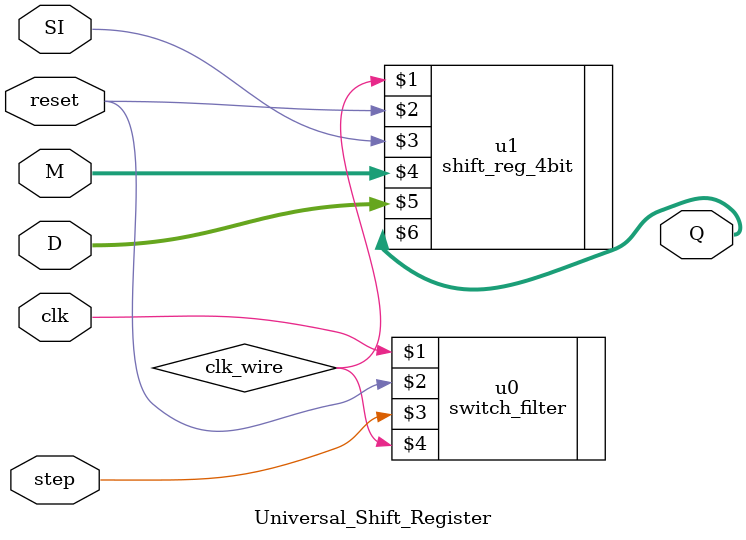
<source format=v>
`timescale 1ns / 1ps
module Universal_Shift_Register(clk, reset, step, SI, M, D, Q);
   
   input       clk;      // On-board clock
   input     reset;
   input      step;
   input        SI;
   input   [1:0] M;
   input   [3:0] D;
   output  [3:0] Q;

   wire   clk_wire;
   
   //              (clk, reset, Step_in, Step_out)
   switch_filter u0(clk, reset,    step, clk_wire);
   
   //               (     clk, reset, si, M, D, Q)
   shift_reg_4bit u1(clk_wire, reset, SI, M, D, Q);

endmodule

</source>
